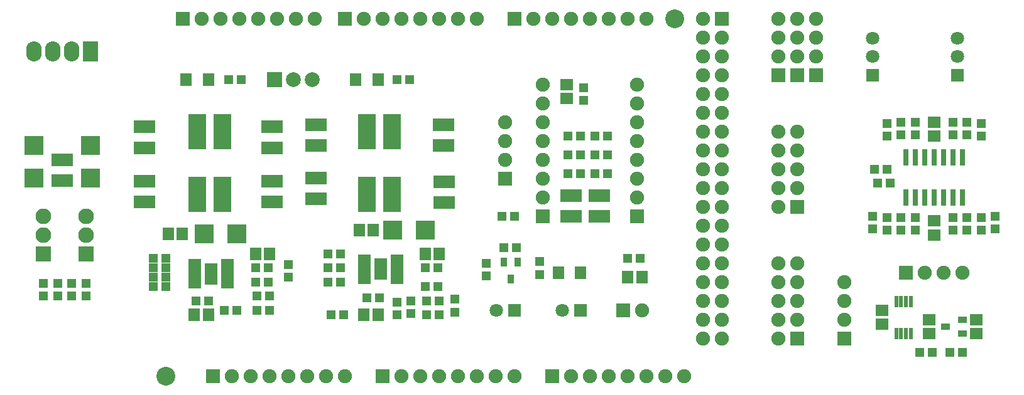
<source format=gbr>
G04 DipTrace 2.4.0.2*
%INTopMask.gbr*%
%MOIN*%
%ADD29C,0.1*%
%ADD33R,0.0709X0.0709*%
%ADD34C,0.0709*%
%ADD41R,0.0748X0.0748*%
%ADD42C,0.0748*%
%ADD59R,0.0237X0.0631*%
%ADD61R,0.0316X0.0867*%
%ADD63R,0.0493X0.0336*%
%ADD65R,0.071X0.1143*%
%ADD67R,0.071X0.0198*%
%ADD70R,0.0926X0.1852*%
%ADD72C,0.0828*%
%ADD73R,0.0828X0.0828*%
%ADD74R,0.0336X0.0493*%
%ADD76O,0.0828X0.1064*%
%ADD78R,0.0828X0.1064*%
%ADD82C,0.0789*%
%ADD83R,0.0789X0.0789*%
%ADD85C,0.058*%
%ADD87R,0.0631X0.071*%
%ADD89R,0.1025X0.1025*%
%ADD91R,0.0671X0.0592*%
%ADD93R,0.0474X0.0513*%
%ADD95R,0.1143X0.071*%
%ADD97R,0.0592X0.0671*%
%ADD99R,0.0513X0.0474*%
%FSLAX44Y44*%
G04*
G70*
G90*
G75*
G01*
%LNTopMask*%
%LPD*%
D99*
X13250Y6000D3*
X13919D3*
X22250Y5750D3*
X22919D3*
X14000Y4500D3*
X13331D3*
D97*
X10002Y4250D3*
X10750D3*
D99*
X23000D3*
X22331D3*
D97*
X19000D3*
X19748D3*
D95*
X7375Y10250D3*
Y11352D3*
Y14250D3*
Y13148D3*
D97*
X13250Y7500D3*
X13998D3*
D95*
X23219Y13281D3*
Y14383D3*
X23271Y11332D3*
Y10229D3*
D97*
X22250Y7500D3*
X22998D3*
X8625Y8562D3*
X9373D3*
X18750Y8750D3*
X19498D3*
D95*
X14125Y14250D3*
Y13148D3*
Y10250D3*
Y11352D3*
X16469Y11531D3*
Y10428D3*
Y13281D3*
Y14383D3*
D93*
X46750Y8750D3*
Y9419D3*
D91*
X51500Y3250D3*
Y3998D3*
D93*
X47500Y14500D3*
Y13831D3*
X51750Y8750D3*
Y9419D3*
X51000Y14500D3*
Y13831D3*
D91*
X46500Y3752D3*
Y4500D3*
X49000Y3250D3*
Y3998D3*
X49250Y14500D3*
Y13752D3*
Y9250D3*
Y8502D3*
X29750Y15750D3*
Y16498D3*
D95*
X31500Y9500D3*
Y10602D3*
X30000Y9500D3*
Y10602D3*
X3000Y12500D3*
Y11398D3*
D97*
X33002Y6250D3*
X33750D3*
D89*
X22250Y8750D3*
X20518D3*
X12250Y8562D3*
X10518D3*
D87*
X19750Y16750D3*
X18569D3*
X10750D3*
X9569D3*
X29319Y6500D3*
X30500D3*
D89*
X1500Y13250D3*
Y11518D3*
X4500Y13250D3*
Y11518D3*
D93*
X15000Y6250D3*
Y6919D3*
X23835Y4415D3*
Y5085D3*
D99*
X49169Y2250D3*
X48500D3*
X26331Y9500D3*
X27000D3*
D29*
X8500Y1000D3*
D85*
D3*
D29*
X35500Y20000D3*
D85*
D3*
D41*
X11000Y1000D3*
D42*
X12000D3*
X13000D3*
X14000D3*
X15000D3*
X16000D3*
X17000D3*
X18000D3*
D41*
X9400Y20000D3*
D42*
X10400D3*
X11400D3*
X12400D3*
X13400D3*
X14400D3*
X15400D3*
X16400D3*
D41*
X38000D3*
D42*
X37000D3*
X38000Y19000D3*
X37000D3*
X38000Y18000D3*
X37000D3*
X38000Y17000D3*
X37000D3*
X38000Y16000D3*
X37000D3*
X38000Y15000D3*
X37000D3*
X38000Y14000D3*
X37000D3*
X38000Y13000D3*
X37000D3*
X38000Y12000D3*
X37000D3*
X38000Y11000D3*
X37000D3*
X38000Y10000D3*
X37000D3*
X38000Y9000D3*
X37000D3*
X38000Y8000D3*
X37000D3*
X38000Y7000D3*
X37000D3*
X38000Y6000D3*
X37000D3*
X38000Y5000D3*
X37000D3*
X38000Y4000D3*
X37000D3*
X38000Y3000D3*
X37000D3*
D41*
X20000Y1000D3*
D42*
X21000D3*
X22000D3*
X23000D3*
X24000D3*
X25000D3*
X26000D3*
X27000D3*
D41*
X18000Y20000D3*
D42*
X19000D3*
X20000D3*
X21000D3*
X22000D3*
X23000D3*
X24000D3*
X25000D3*
D41*
X42000Y10000D3*
D42*
X41000D3*
X42000Y11000D3*
X41000D3*
X42000Y12000D3*
X41000D3*
X42000Y13000D3*
X41000D3*
X42000Y14000D3*
X41000D3*
D41*
X29000Y1000D3*
D42*
X30000D3*
X31000D3*
X32000D3*
X33000D3*
X34000D3*
X35000D3*
X36000D3*
D41*
X27000Y20000D3*
D42*
X28000D3*
X29000D3*
X30000D3*
X31000D3*
X32000D3*
X33000D3*
X34000D3*
D41*
X42000Y3000D3*
D42*
X41000D3*
X42000Y4000D3*
X41000D3*
X42000Y5000D3*
X41000D3*
X42000Y6000D3*
X41000D3*
X42000Y7000D3*
X41000D3*
D41*
X44500Y3000D3*
D42*
Y4000D3*
Y5000D3*
Y6000D3*
D41*
X41000Y17000D3*
D42*
Y18000D3*
Y19000D3*
Y20000D3*
D41*
X42000Y17000D3*
D42*
Y18000D3*
Y19000D3*
Y20000D3*
D41*
X43000Y17000D3*
D42*
Y18000D3*
Y19000D3*
Y20000D3*
D83*
X14250Y16750D3*
D82*
X15250D3*
X16250D3*
D33*
X46000Y17000D3*
D34*
Y17984D3*
Y18969D3*
D33*
X50500Y17000D3*
D34*
Y17984D3*
Y18969D3*
D41*
X47750Y6500D3*
D42*
X48750D3*
X49750D3*
X50750D3*
D41*
X26500Y11500D3*
D42*
Y12500D3*
Y13500D3*
Y14500D3*
D41*
X33500Y9500D3*
D42*
Y10500D3*
Y11500D3*
Y12500D3*
Y13500D3*
Y14500D3*
Y15500D3*
Y16500D3*
D41*
X28500Y9500D3*
D42*
Y10500D3*
Y11500D3*
Y12500D3*
Y13500D3*
Y14500D3*
Y15500D3*
Y16500D3*
D33*
X27000Y4500D3*
D34*
X26016D3*
D33*
X30500D3*
D34*
X29516D3*
D78*
X4500Y18250D3*
D76*
X3500D3*
X2500D3*
X1500D3*
D41*
X32750Y4500D3*
D42*
X33750D3*
D74*
X27171Y7077D3*
X26423D3*
X26797Y6171D3*
D73*
X2000Y7500D3*
D72*
Y8500D3*
Y9500D3*
D73*
X4250Y7500D3*
D72*
Y8500D3*
Y9500D3*
D99*
X17250Y4250D3*
X17919D3*
D93*
X21500Y5000D3*
Y4331D3*
D99*
X10081Y5000D3*
X10750D3*
X19165Y5165D3*
X19835D3*
X14000Y5250D3*
X13331D3*
X23000Y5000D3*
X22331D3*
X8500Y5750D3*
X7831D3*
X17750Y6000D3*
X17081D3*
X13250Y6750D3*
X13919D3*
X8500Y6250D3*
X7831D3*
X22250Y6750D3*
X22919D3*
X17750D3*
X17081D3*
X8500D3*
X7831D3*
X17750Y7500D3*
X17081D3*
X8500Y7250D3*
X7831D3*
X12250Y4500D3*
X11581D3*
D93*
X20750Y4250D3*
Y4919D3*
D99*
X12500Y16750D3*
X11831D3*
X20750D3*
X21419D3*
X50750Y2250D3*
X50081D3*
D93*
X47500Y8750D3*
Y9419D3*
X46000Y9500D3*
Y8831D3*
X46750Y13750D3*
Y14419D3*
X48250Y8750D3*
Y9419D3*
Y14500D3*
Y13831D3*
X51000Y8750D3*
Y9419D3*
X52500Y9498D3*
Y8829D3*
X51750Y13750D3*
Y14419D3*
X50250Y8750D3*
Y9419D3*
Y14500D3*
Y13831D3*
D99*
X46750Y12000D3*
X46081D3*
X46250Y11250D3*
X46919D3*
D93*
X30665Y16335D3*
Y15665D3*
D99*
X30500Y11750D3*
X29831D3*
X30500Y12750D3*
X29831D3*
X30500Y13750D3*
X29831D3*
X31250Y11750D3*
X31919D3*
X31250Y12750D3*
X31919D3*
X31250Y13750D3*
X31919D3*
X26415Y7835D3*
X27085D3*
D93*
X28335Y7085D3*
Y6415D3*
X25500Y7000D3*
Y6331D3*
X2000Y5250D3*
Y5919D3*
X4250Y5250D3*
Y5919D3*
D99*
X33000Y7250D3*
X33669D3*
D93*
X2750Y5250D3*
Y5919D3*
X3500Y5250D3*
Y5919D3*
D70*
X11500Y14000D3*
X10150D3*
Y10654D3*
X11500D3*
X20500Y14000D3*
X19150D3*
Y10654D3*
X20500D3*
D67*
X11750Y5750D3*
Y5947D3*
Y6144D3*
Y6341D3*
Y6537D3*
Y6734D3*
Y6931D3*
Y7128D3*
X10018D3*
Y6931D3*
Y6734D3*
Y6537D3*
Y6341D3*
Y6144D3*
Y5947D3*
Y5750D3*
D65*
X10884Y6439D3*
D67*
X20750Y6000D3*
Y6197D3*
Y6394D3*
Y6591D3*
Y6787D3*
Y6984D3*
Y7181D3*
Y7378D3*
X19018D3*
Y7181D3*
Y6984D3*
Y6787D3*
Y6591D3*
Y6394D3*
Y6197D3*
Y6000D3*
D65*
X19884Y6689D3*
D63*
X50750Y3250D3*
Y3998D3*
X49844Y3624D3*
D61*
X47750Y10500D3*
X48250D3*
X48750D3*
X49250D3*
X49750D3*
X50250D3*
X50750D3*
Y12626D3*
X50250D3*
X49750D3*
X49250D3*
X48750D3*
X48250D3*
X47750D3*
D59*
X47250Y3250D3*
X47506D3*
X47762D3*
X48018D3*
Y4982D3*
X47762D3*
X47506D3*
X47250D3*
M02*

</source>
